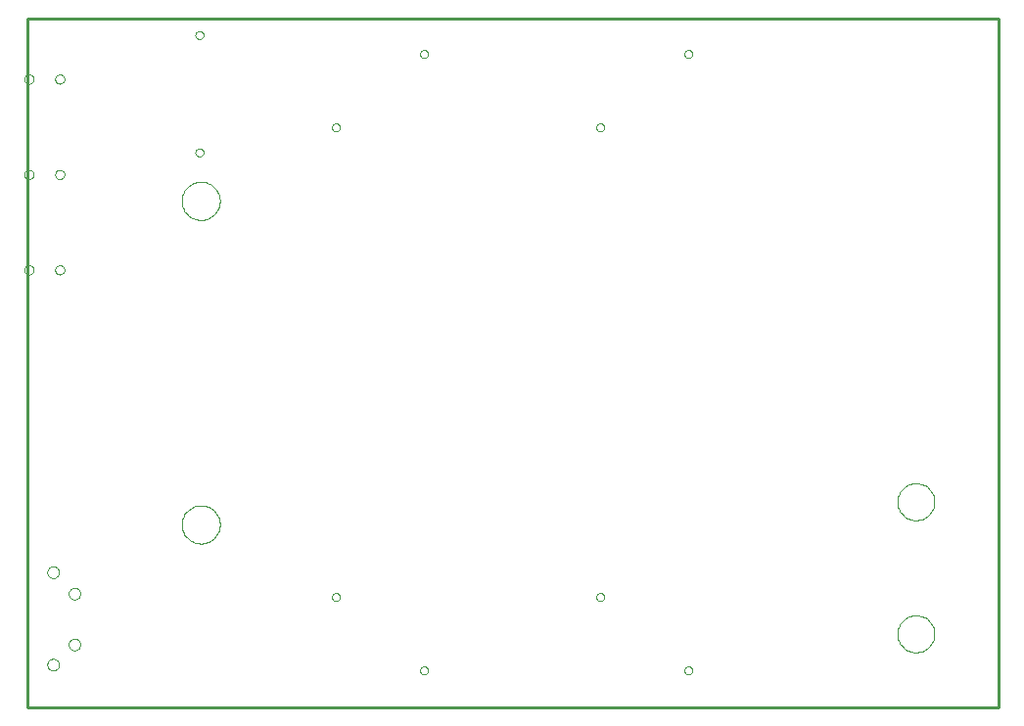
<source format=gbr>
G75*
G70*
%OFA0B0*%
%FSLAX24Y24*%
%IPPOS*%
%LPD*%
%AMOC8*
5,1,8,0,0,1.08239X$1,22.5*
%
%ADD10C,0.0000*%
%ADD11C,0.0100*%
D10*
X006828Y011032D02*
X006830Y011060D01*
X006836Y011088D01*
X006846Y011114D01*
X006859Y011139D01*
X006876Y011161D01*
X006896Y011181D01*
X006918Y011198D01*
X006943Y011211D01*
X006969Y011221D01*
X006997Y011227D01*
X007025Y011229D01*
X007053Y011227D01*
X007081Y011221D01*
X007107Y011211D01*
X007132Y011198D01*
X007154Y011181D01*
X007174Y011161D01*
X007191Y011139D01*
X007204Y011114D01*
X007214Y011088D01*
X007220Y011060D01*
X007222Y011032D01*
X007220Y011004D01*
X007214Y010976D01*
X007204Y010950D01*
X007191Y010925D01*
X007174Y010903D01*
X007154Y010883D01*
X007132Y010866D01*
X007107Y010853D01*
X007081Y010843D01*
X007053Y010837D01*
X007025Y010835D01*
X006997Y010837D01*
X006969Y010843D01*
X006943Y010853D01*
X006918Y010866D01*
X006896Y010883D01*
X006876Y010903D01*
X006859Y010925D01*
X006846Y010950D01*
X006836Y010976D01*
X006830Y011004D01*
X006828Y011032D01*
X007557Y011719D02*
X007559Y011747D01*
X007565Y011775D01*
X007575Y011801D01*
X007588Y011826D01*
X007605Y011848D01*
X007625Y011868D01*
X007647Y011885D01*
X007672Y011898D01*
X007698Y011908D01*
X007726Y011914D01*
X007754Y011916D01*
X007782Y011914D01*
X007810Y011908D01*
X007836Y011898D01*
X007861Y011885D01*
X007883Y011868D01*
X007903Y011848D01*
X007920Y011826D01*
X007933Y011801D01*
X007943Y011775D01*
X007949Y011747D01*
X007951Y011719D01*
X007949Y011691D01*
X007943Y011663D01*
X007933Y011637D01*
X007920Y011612D01*
X007903Y011590D01*
X007883Y011570D01*
X007861Y011553D01*
X007836Y011540D01*
X007810Y011530D01*
X007782Y011524D01*
X007754Y011522D01*
X007726Y011524D01*
X007698Y011530D01*
X007672Y011540D01*
X007647Y011553D01*
X007625Y011570D01*
X007605Y011590D01*
X007588Y011612D01*
X007575Y011637D01*
X007565Y011663D01*
X007559Y011691D01*
X007557Y011719D01*
X007557Y013451D02*
X007559Y013479D01*
X007565Y013507D01*
X007575Y013533D01*
X007588Y013558D01*
X007605Y013580D01*
X007625Y013600D01*
X007647Y013617D01*
X007672Y013630D01*
X007698Y013640D01*
X007726Y013646D01*
X007754Y013648D01*
X007782Y013646D01*
X007810Y013640D01*
X007836Y013630D01*
X007861Y013617D01*
X007883Y013600D01*
X007903Y013580D01*
X007920Y013558D01*
X007933Y013533D01*
X007943Y013507D01*
X007949Y013479D01*
X007951Y013451D01*
X007949Y013423D01*
X007943Y013395D01*
X007933Y013369D01*
X007920Y013344D01*
X007903Y013322D01*
X007883Y013302D01*
X007861Y013285D01*
X007836Y013272D01*
X007810Y013262D01*
X007782Y013256D01*
X007754Y013254D01*
X007726Y013256D01*
X007698Y013262D01*
X007672Y013272D01*
X007647Y013285D01*
X007625Y013302D01*
X007605Y013322D01*
X007588Y013344D01*
X007575Y013369D01*
X007565Y013395D01*
X007559Y013423D01*
X007557Y013451D01*
X006828Y014181D02*
X006830Y014209D01*
X006836Y014237D01*
X006846Y014263D01*
X006859Y014288D01*
X006876Y014310D01*
X006896Y014330D01*
X006918Y014347D01*
X006943Y014360D01*
X006969Y014370D01*
X006997Y014376D01*
X007025Y014378D01*
X007053Y014376D01*
X007081Y014370D01*
X007107Y014360D01*
X007132Y014347D01*
X007154Y014330D01*
X007174Y014310D01*
X007191Y014288D01*
X007204Y014263D01*
X007214Y014237D01*
X007220Y014209D01*
X007222Y014181D01*
X007220Y014153D01*
X007214Y014125D01*
X007204Y014099D01*
X007191Y014074D01*
X007174Y014052D01*
X007154Y014032D01*
X007132Y014015D01*
X007107Y014002D01*
X007081Y013992D01*
X007053Y013986D01*
X007025Y013984D01*
X006997Y013986D01*
X006969Y013992D01*
X006943Y014002D01*
X006918Y014015D01*
X006896Y014032D01*
X006876Y014052D01*
X006859Y014074D01*
X006846Y014099D01*
X006836Y014125D01*
X006830Y014153D01*
X006828Y014181D01*
X011402Y015806D02*
X011405Y015865D01*
X011413Y015924D01*
X011426Y015981D01*
X011445Y016038D01*
X011468Y016092D01*
X011497Y016144D01*
X011530Y016193D01*
X011567Y016239D01*
X011608Y016281D01*
X011653Y016319D01*
X011702Y016354D01*
X011753Y016383D01*
X011807Y016408D01*
X011862Y016428D01*
X011920Y016442D01*
X011978Y016452D01*
X012037Y016456D01*
X012096Y016454D01*
X012155Y016448D01*
X012213Y016436D01*
X012270Y016418D01*
X012324Y016396D01*
X012377Y016369D01*
X012427Y016337D01*
X012474Y016301D01*
X012517Y016260D01*
X012556Y016216D01*
X012591Y016169D01*
X012622Y016118D01*
X012648Y016065D01*
X012669Y016010D01*
X012685Y015953D01*
X012696Y015895D01*
X012701Y015836D01*
X012701Y015776D01*
X012696Y015717D01*
X012685Y015659D01*
X012669Y015602D01*
X012648Y015547D01*
X012622Y015494D01*
X012591Y015443D01*
X012556Y015396D01*
X012517Y015352D01*
X012474Y015311D01*
X012427Y015275D01*
X012377Y015243D01*
X012324Y015216D01*
X012270Y015194D01*
X012213Y015176D01*
X012155Y015164D01*
X012096Y015158D01*
X012037Y015156D01*
X011978Y015160D01*
X011920Y015170D01*
X011862Y015184D01*
X011807Y015204D01*
X011753Y015229D01*
X011702Y015258D01*
X011653Y015293D01*
X011608Y015331D01*
X011567Y015373D01*
X011530Y015419D01*
X011497Y015468D01*
X011468Y015520D01*
X011445Y015574D01*
X011426Y015631D01*
X011413Y015688D01*
X011405Y015747D01*
X011402Y015806D01*
X016516Y013332D02*
X016518Y013356D01*
X016524Y013379D01*
X016534Y013401D01*
X016548Y013421D01*
X016565Y013438D01*
X016585Y013452D01*
X016607Y013462D01*
X016630Y013468D01*
X016654Y013470D01*
X016678Y013468D01*
X016701Y013462D01*
X016723Y013452D01*
X016743Y013438D01*
X016760Y013421D01*
X016774Y013401D01*
X016784Y013379D01*
X016790Y013356D01*
X016792Y013332D01*
X016790Y013308D01*
X016784Y013285D01*
X016774Y013263D01*
X016760Y013243D01*
X016743Y013226D01*
X016723Y013212D01*
X016701Y013202D01*
X016678Y013196D01*
X016654Y013194D01*
X016630Y013196D01*
X016607Y013202D01*
X016585Y013212D01*
X016565Y013226D01*
X016548Y013243D01*
X016534Y013263D01*
X016524Y013285D01*
X016518Y013308D01*
X016516Y013332D01*
X019516Y010832D02*
X019518Y010856D01*
X019524Y010879D01*
X019534Y010901D01*
X019548Y010921D01*
X019565Y010938D01*
X019585Y010952D01*
X019607Y010962D01*
X019630Y010968D01*
X019654Y010970D01*
X019678Y010968D01*
X019701Y010962D01*
X019723Y010952D01*
X019743Y010938D01*
X019760Y010921D01*
X019774Y010901D01*
X019784Y010879D01*
X019790Y010856D01*
X019792Y010832D01*
X019790Y010808D01*
X019784Y010785D01*
X019774Y010763D01*
X019760Y010743D01*
X019743Y010726D01*
X019723Y010712D01*
X019701Y010702D01*
X019678Y010696D01*
X019654Y010694D01*
X019630Y010696D01*
X019607Y010702D01*
X019585Y010712D01*
X019565Y010726D01*
X019548Y010743D01*
X019534Y010763D01*
X019524Y010785D01*
X019518Y010808D01*
X019516Y010832D01*
X025516Y013332D02*
X025518Y013356D01*
X025524Y013379D01*
X025534Y013401D01*
X025548Y013421D01*
X025565Y013438D01*
X025585Y013452D01*
X025607Y013462D01*
X025630Y013468D01*
X025654Y013470D01*
X025678Y013468D01*
X025701Y013462D01*
X025723Y013452D01*
X025743Y013438D01*
X025760Y013421D01*
X025774Y013401D01*
X025784Y013379D01*
X025790Y013356D01*
X025792Y013332D01*
X025790Y013308D01*
X025784Y013285D01*
X025774Y013263D01*
X025760Y013243D01*
X025743Y013226D01*
X025723Y013212D01*
X025701Y013202D01*
X025678Y013196D01*
X025654Y013194D01*
X025630Y013196D01*
X025607Y013202D01*
X025585Y013212D01*
X025565Y013226D01*
X025548Y013243D01*
X025534Y013263D01*
X025524Y013285D01*
X025518Y013308D01*
X025516Y013332D01*
X028516Y010832D02*
X028518Y010856D01*
X028524Y010879D01*
X028534Y010901D01*
X028548Y010921D01*
X028565Y010938D01*
X028585Y010952D01*
X028607Y010962D01*
X028630Y010968D01*
X028654Y010970D01*
X028678Y010968D01*
X028701Y010962D01*
X028723Y010952D01*
X028743Y010938D01*
X028760Y010921D01*
X028774Y010901D01*
X028784Y010879D01*
X028790Y010856D01*
X028792Y010832D01*
X028790Y010808D01*
X028784Y010785D01*
X028774Y010763D01*
X028760Y010743D01*
X028743Y010726D01*
X028723Y010712D01*
X028701Y010702D01*
X028678Y010696D01*
X028654Y010694D01*
X028630Y010696D01*
X028607Y010702D01*
X028585Y010712D01*
X028565Y010726D01*
X028548Y010743D01*
X028534Y010763D01*
X028524Y010785D01*
X028518Y010808D01*
X028516Y010832D01*
X035774Y012082D02*
X035777Y012139D01*
X035784Y012196D01*
X035797Y012252D01*
X035815Y012306D01*
X035838Y012359D01*
X035866Y012409D01*
X035898Y012457D01*
X035934Y012501D01*
X035974Y012542D01*
X036018Y012580D01*
X036064Y012613D01*
X036114Y012641D01*
X036166Y012665D01*
X036220Y012685D01*
X036276Y012699D01*
X036332Y012708D01*
X036390Y012712D01*
X036447Y012711D01*
X036504Y012704D01*
X036560Y012692D01*
X036615Y012676D01*
X036668Y012654D01*
X036719Y012628D01*
X036767Y012597D01*
X036813Y012562D01*
X036855Y012522D01*
X036893Y012480D01*
X036927Y012433D01*
X036957Y012384D01*
X036982Y012333D01*
X037002Y012279D01*
X037018Y012224D01*
X037028Y012168D01*
X037033Y012111D01*
X037033Y012053D01*
X037028Y011996D01*
X037018Y011940D01*
X037002Y011885D01*
X036982Y011831D01*
X036957Y011780D01*
X036927Y011731D01*
X036893Y011684D01*
X036855Y011642D01*
X036813Y011602D01*
X036767Y011567D01*
X036719Y011536D01*
X036668Y011510D01*
X036615Y011488D01*
X036560Y011472D01*
X036504Y011460D01*
X036447Y011453D01*
X036390Y011452D01*
X036332Y011456D01*
X036276Y011465D01*
X036220Y011479D01*
X036166Y011499D01*
X036114Y011523D01*
X036064Y011551D01*
X036018Y011584D01*
X035974Y011622D01*
X035934Y011663D01*
X035898Y011707D01*
X035866Y011755D01*
X035838Y011805D01*
X035815Y011858D01*
X035797Y011912D01*
X035784Y011968D01*
X035777Y012025D01*
X035774Y012082D01*
X035774Y016582D02*
X035777Y016639D01*
X035784Y016696D01*
X035797Y016752D01*
X035815Y016806D01*
X035838Y016859D01*
X035866Y016909D01*
X035898Y016957D01*
X035934Y017001D01*
X035974Y017042D01*
X036018Y017080D01*
X036064Y017113D01*
X036114Y017141D01*
X036166Y017165D01*
X036220Y017185D01*
X036276Y017199D01*
X036332Y017208D01*
X036390Y017212D01*
X036447Y017211D01*
X036504Y017204D01*
X036560Y017192D01*
X036615Y017176D01*
X036668Y017154D01*
X036719Y017128D01*
X036767Y017097D01*
X036813Y017062D01*
X036855Y017022D01*
X036893Y016980D01*
X036927Y016933D01*
X036957Y016884D01*
X036982Y016833D01*
X037002Y016779D01*
X037018Y016724D01*
X037028Y016668D01*
X037033Y016611D01*
X037033Y016553D01*
X037028Y016496D01*
X037018Y016440D01*
X037002Y016385D01*
X036982Y016331D01*
X036957Y016280D01*
X036927Y016231D01*
X036893Y016184D01*
X036855Y016142D01*
X036813Y016102D01*
X036767Y016067D01*
X036719Y016036D01*
X036668Y016010D01*
X036615Y015988D01*
X036560Y015972D01*
X036504Y015960D01*
X036447Y015953D01*
X036390Y015952D01*
X036332Y015956D01*
X036276Y015965D01*
X036220Y015979D01*
X036166Y015999D01*
X036114Y016023D01*
X036064Y016051D01*
X036018Y016084D01*
X035974Y016122D01*
X035934Y016163D01*
X035898Y016207D01*
X035866Y016255D01*
X035838Y016305D01*
X035815Y016358D01*
X035797Y016412D01*
X035784Y016468D01*
X035777Y016525D01*
X035774Y016582D01*
X025516Y029332D02*
X025518Y029356D01*
X025524Y029379D01*
X025534Y029401D01*
X025548Y029421D01*
X025565Y029438D01*
X025585Y029452D01*
X025607Y029462D01*
X025630Y029468D01*
X025654Y029470D01*
X025678Y029468D01*
X025701Y029462D01*
X025723Y029452D01*
X025743Y029438D01*
X025760Y029421D01*
X025774Y029401D01*
X025784Y029379D01*
X025790Y029356D01*
X025792Y029332D01*
X025790Y029308D01*
X025784Y029285D01*
X025774Y029263D01*
X025760Y029243D01*
X025743Y029226D01*
X025723Y029212D01*
X025701Y029202D01*
X025678Y029196D01*
X025654Y029194D01*
X025630Y029196D01*
X025607Y029202D01*
X025585Y029212D01*
X025565Y029226D01*
X025548Y029243D01*
X025534Y029263D01*
X025524Y029285D01*
X025518Y029308D01*
X025516Y029332D01*
X028516Y031832D02*
X028518Y031856D01*
X028524Y031879D01*
X028534Y031901D01*
X028548Y031921D01*
X028565Y031938D01*
X028585Y031952D01*
X028607Y031962D01*
X028630Y031968D01*
X028654Y031970D01*
X028678Y031968D01*
X028701Y031962D01*
X028723Y031952D01*
X028743Y031938D01*
X028760Y031921D01*
X028774Y031901D01*
X028784Y031879D01*
X028790Y031856D01*
X028792Y031832D01*
X028790Y031808D01*
X028784Y031785D01*
X028774Y031763D01*
X028760Y031743D01*
X028743Y031726D01*
X028723Y031712D01*
X028701Y031702D01*
X028678Y031696D01*
X028654Y031694D01*
X028630Y031696D01*
X028607Y031702D01*
X028585Y031712D01*
X028565Y031726D01*
X028548Y031743D01*
X028534Y031763D01*
X028524Y031785D01*
X028518Y031808D01*
X028516Y031832D01*
X019516Y031832D02*
X019518Y031856D01*
X019524Y031879D01*
X019534Y031901D01*
X019548Y031921D01*
X019565Y031938D01*
X019585Y031952D01*
X019607Y031962D01*
X019630Y031968D01*
X019654Y031970D01*
X019678Y031968D01*
X019701Y031962D01*
X019723Y031952D01*
X019743Y031938D01*
X019760Y031921D01*
X019774Y031901D01*
X019784Y031879D01*
X019790Y031856D01*
X019792Y031832D01*
X019790Y031808D01*
X019784Y031785D01*
X019774Y031763D01*
X019760Y031743D01*
X019743Y031726D01*
X019723Y031712D01*
X019701Y031702D01*
X019678Y031696D01*
X019654Y031694D01*
X019630Y031696D01*
X019607Y031702D01*
X019585Y031712D01*
X019565Y031726D01*
X019548Y031743D01*
X019534Y031763D01*
X019524Y031785D01*
X019518Y031808D01*
X019516Y031832D01*
X016516Y029332D02*
X016518Y029356D01*
X016524Y029379D01*
X016534Y029401D01*
X016548Y029421D01*
X016565Y029438D01*
X016585Y029452D01*
X016607Y029462D01*
X016630Y029468D01*
X016654Y029470D01*
X016678Y029468D01*
X016701Y029462D01*
X016723Y029452D01*
X016743Y029438D01*
X016760Y029421D01*
X016774Y029401D01*
X016784Y029379D01*
X016790Y029356D01*
X016792Y029332D01*
X016790Y029308D01*
X016784Y029285D01*
X016774Y029263D01*
X016760Y029243D01*
X016743Y029226D01*
X016723Y029212D01*
X016701Y029202D01*
X016678Y029196D01*
X016654Y029194D01*
X016630Y029196D01*
X016607Y029202D01*
X016585Y029212D01*
X016565Y029226D01*
X016548Y029243D01*
X016534Y029263D01*
X016524Y029285D01*
X016518Y029308D01*
X016516Y029332D01*
X011866Y028482D02*
X011868Y028506D01*
X011874Y028529D01*
X011884Y028551D01*
X011898Y028571D01*
X011915Y028588D01*
X011935Y028602D01*
X011957Y028612D01*
X011980Y028618D01*
X012004Y028620D01*
X012028Y028618D01*
X012051Y028612D01*
X012073Y028602D01*
X012093Y028588D01*
X012110Y028571D01*
X012124Y028551D01*
X012134Y028529D01*
X012140Y028506D01*
X012142Y028482D01*
X012140Y028458D01*
X012134Y028435D01*
X012124Y028413D01*
X012110Y028393D01*
X012093Y028376D01*
X012073Y028362D01*
X012051Y028352D01*
X012028Y028346D01*
X012004Y028344D01*
X011980Y028346D01*
X011957Y028352D01*
X011935Y028362D01*
X011915Y028376D01*
X011898Y028393D01*
X011884Y028413D01*
X011874Y028435D01*
X011868Y028458D01*
X011866Y028482D01*
X011402Y026830D02*
X011405Y026889D01*
X011413Y026948D01*
X011426Y027005D01*
X011445Y027062D01*
X011468Y027116D01*
X011497Y027168D01*
X011530Y027217D01*
X011567Y027263D01*
X011608Y027305D01*
X011653Y027343D01*
X011702Y027378D01*
X011753Y027407D01*
X011807Y027432D01*
X011862Y027452D01*
X011920Y027466D01*
X011978Y027476D01*
X012037Y027480D01*
X012096Y027478D01*
X012155Y027472D01*
X012213Y027460D01*
X012270Y027442D01*
X012324Y027420D01*
X012377Y027393D01*
X012427Y027361D01*
X012474Y027325D01*
X012517Y027284D01*
X012556Y027240D01*
X012591Y027193D01*
X012622Y027142D01*
X012648Y027089D01*
X012669Y027034D01*
X012685Y026977D01*
X012696Y026919D01*
X012701Y026860D01*
X012701Y026800D01*
X012696Y026741D01*
X012685Y026683D01*
X012669Y026626D01*
X012648Y026571D01*
X012622Y026518D01*
X012591Y026467D01*
X012556Y026420D01*
X012517Y026376D01*
X012474Y026335D01*
X012427Y026299D01*
X012377Y026267D01*
X012324Y026240D01*
X012270Y026218D01*
X012213Y026200D01*
X012155Y026188D01*
X012096Y026182D01*
X012037Y026180D01*
X011978Y026184D01*
X011920Y026194D01*
X011862Y026208D01*
X011807Y026228D01*
X011753Y026253D01*
X011702Y026282D01*
X011653Y026317D01*
X011608Y026355D01*
X011567Y026397D01*
X011530Y026443D01*
X011497Y026492D01*
X011468Y026544D01*
X011445Y026598D01*
X011426Y026655D01*
X011413Y026712D01*
X011405Y026771D01*
X011402Y026830D01*
X007097Y027732D02*
X007099Y027757D01*
X007105Y027782D01*
X007115Y027805D01*
X007128Y027826D01*
X007145Y027845D01*
X007165Y027861D01*
X007187Y027874D01*
X007210Y027883D01*
X007235Y027888D01*
X007260Y027889D01*
X007285Y027886D01*
X007310Y027879D01*
X007332Y027868D01*
X007353Y027854D01*
X007372Y027836D01*
X007387Y027816D01*
X007398Y027794D01*
X007406Y027770D01*
X007410Y027745D01*
X007410Y027719D01*
X007406Y027694D01*
X007398Y027670D01*
X007387Y027648D01*
X007372Y027628D01*
X007353Y027610D01*
X007333Y027596D01*
X007310Y027585D01*
X007285Y027578D01*
X007260Y027575D01*
X007235Y027576D01*
X007210Y027581D01*
X007187Y027590D01*
X007165Y027603D01*
X007145Y027619D01*
X007128Y027638D01*
X007115Y027659D01*
X007105Y027682D01*
X007099Y027707D01*
X007097Y027732D01*
X006047Y027732D02*
X006049Y027757D01*
X006055Y027782D01*
X006065Y027805D01*
X006078Y027826D01*
X006095Y027845D01*
X006115Y027861D01*
X006137Y027874D01*
X006160Y027883D01*
X006185Y027888D01*
X006210Y027889D01*
X006235Y027886D01*
X006260Y027879D01*
X006282Y027868D01*
X006303Y027854D01*
X006322Y027836D01*
X006337Y027816D01*
X006348Y027794D01*
X006356Y027770D01*
X006360Y027745D01*
X006360Y027719D01*
X006356Y027694D01*
X006348Y027670D01*
X006337Y027648D01*
X006322Y027628D01*
X006303Y027610D01*
X006283Y027596D01*
X006260Y027585D01*
X006235Y027578D01*
X006210Y027575D01*
X006185Y027576D01*
X006160Y027581D01*
X006137Y027590D01*
X006115Y027603D01*
X006095Y027619D01*
X006078Y027638D01*
X006065Y027659D01*
X006055Y027682D01*
X006049Y027707D01*
X006047Y027732D01*
X006047Y024482D02*
X006049Y024507D01*
X006055Y024532D01*
X006065Y024555D01*
X006078Y024576D01*
X006095Y024595D01*
X006115Y024611D01*
X006137Y024624D01*
X006160Y024633D01*
X006185Y024638D01*
X006210Y024639D01*
X006235Y024636D01*
X006260Y024629D01*
X006282Y024618D01*
X006303Y024604D01*
X006322Y024586D01*
X006337Y024566D01*
X006348Y024544D01*
X006356Y024520D01*
X006360Y024495D01*
X006360Y024469D01*
X006356Y024444D01*
X006348Y024420D01*
X006337Y024398D01*
X006322Y024378D01*
X006303Y024360D01*
X006283Y024346D01*
X006260Y024335D01*
X006235Y024328D01*
X006210Y024325D01*
X006185Y024326D01*
X006160Y024331D01*
X006137Y024340D01*
X006115Y024353D01*
X006095Y024369D01*
X006078Y024388D01*
X006065Y024409D01*
X006055Y024432D01*
X006049Y024457D01*
X006047Y024482D01*
X007097Y024482D02*
X007099Y024507D01*
X007105Y024532D01*
X007115Y024555D01*
X007128Y024576D01*
X007145Y024595D01*
X007165Y024611D01*
X007187Y024624D01*
X007210Y024633D01*
X007235Y024638D01*
X007260Y024639D01*
X007285Y024636D01*
X007310Y024629D01*
X007332Y024618D01*
X007353Y024604D01*
X007372Y024586D01*
X007387Y024566D01*
X007398Y024544D01*
X007406Y024520D01*
X007410Y024495D01*
X007410Y024469D01*
X007406Y024444D01*
X007398Y024420D01*
X007387Y024398D01*
X007372Y024378D01*
X007353Y024360D01*
X007333Y024346D01*
X007310Y024335D01*
X007285Y024328D01*
X007260Y024325D01*
X007235Y024326D01*
X007210Y024331D01*
X007187Y024340D01*
X007165Y024353D01*
X007145Y024369D01*
X007128Y024388D01*
X007115Y024409D01*
X007105Y024432D01*
X007099Y024457D01*
X007097Y024482D01*
X007097Y030982D02*
X007099Y031007D01*
X007105Y031032D01*
X007115Y031055D01*
X007128Y031076D01*
X007145Y031095D01*
X007165Y031111D01*
X007187Y031124D01*
X007210Y031133D01*
X007235Y031138D01*
X007260Y031139D01*
X007285Y031136D01*
X007310Y031129D01*
X007332Y031118D01*
X007353Y031104D01*
X007372Y031086D01*
X007387Y031066D01*
X007398Y031044D01*
X007406Y031020D01*
X007410Y030995D01*
X007410Y030969D01*
X007406Y030944D01*
X007398Y030920D01*
X007387Y030898D01*
X007372Y030878D01*
X007353Y030860D01*
X007333Y030846D01*
X007310Y030835D01*
X007285Y030828D01*
X007260Y030825D01*
X007235Y030826D01*
X007210Y030831D01*
X007187Y030840D01*
X007165Y030853D01*
X007145Y030869D01*
X007128Y030888D01*
X007115Y030909D01*
X007105Y030932D01*
X007099Y030957D01*
X007097Y030982D01*
X006047Y030982D02*
X006049Y031007D01*
X006055Y031032D01*
X006065Y031055D01*
X006078Y031076D01*
X006095Y031095D01*
X006115Y031111D01*
X006137Y031124D01*
X006160Y031133D01*
X006185Y031138D01*
X006210Y031139D01*
X006235Y031136D01*
X006260Y031129D01*
X006282Y031118D01*
X006303Y031104D01*
X006322Y031086D01*
X006337Y031066D01*
X006348Y031044D01*
X006356Y031020D01*
X006360Y030995D01*
X006360Y030969D01*
X006356Y030944D01*
X006348Y030920D01*
X006337Y030898D01*
X006322Y030878D01*
X006303Y030860D01*
X006283Y030846D01*
X006260Y030835D01*
X006235Y030828D01*
X006210Y030825D01*
X006185Y030826D01*
X006160Y030831D01*
X006137Y030840D01*
X006115Y030853D01*
X006095Y030869D01*
X006078Y030888D01*
X006065Y030909D01*
X006055Y030932D01*
X006049Y030957D01*
X006047Y030982D01*
X011866Y032482D02*
X011868Y032506D01*
X011874Y032529D01*
X011884Y032551D01*
X011898Y032571D01*
X011915Y032588D01*
X011935Y032602D01*
X011957Y032612D01*
X011980Y032618D01*
X012004Y032620D01*
X012028Y032618D01*
X012051Y032612D01*
X012073Y032602D01*
X012093Y032588D01*
X012110Y032571D01*
X012124Y032551D01*
X012134Y032529D01*
X012140Y032506D01*
X012142Y032482D01*
X012140Y032458D01*
X012134Y032435D01*
X012124Y032413D01*
X012110Y032393D01*
X012093Y032376D01*
X012073Y032362D01*
X012051Y032352D01*
X012028Y032346D01*
X012004Y032344D01*
X011980Y032346D01*
X011957Y032352D01*
X011935Y032362D01*
X011915Y032376D01*
X011898Y032393D01*
X011884Y032413D01*
X011874Y032435D01*
X011868Y032458D01*
X011866Y032482D01*
D11*
X006154Y009582D02*
X039209Y009582D01*
X039209Y033050D01*
X006154Y033050D01*
X006154Y009582D01*
M02*

</source>
